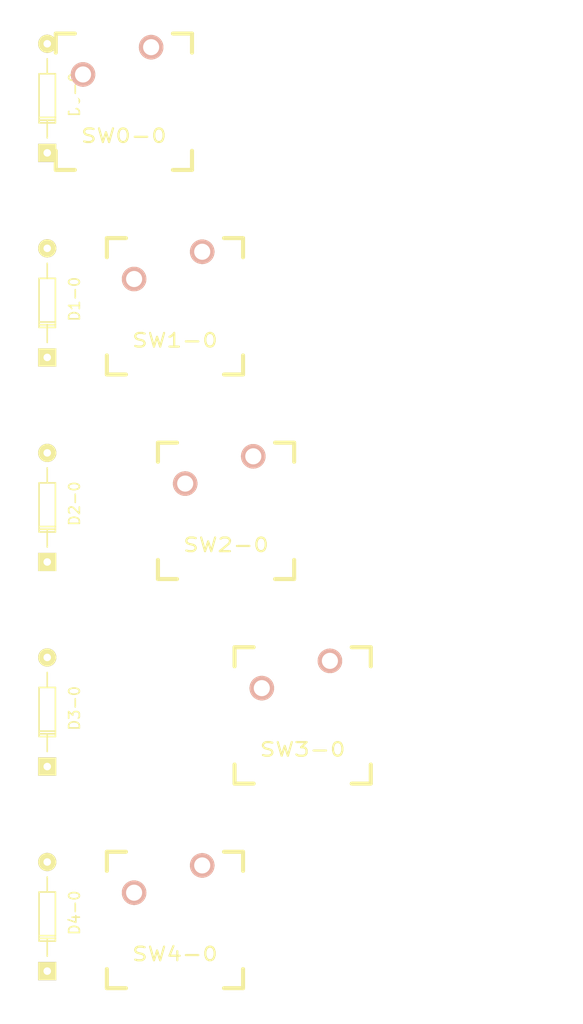
<source format=kicad_pcb>
(kicad_pcb (version 4) (host pcbnew 4.0.0-rc1-stable)

  (general
    (links 9)
    (no_connects 9)
    (area 0 0 0 0)
    (thickness 1.6)
    (drawings 0)
    (tracks 0)
    (zones 0)
    (modules 10)
    (nets 12)
  )

  (page A4)
  (layers
    (0 F.Cu signal)
    (31 B.Cu signal)
    (32 B.Adhes user)
    (33 F.Adhes user)
    (34 B.Paste user)
    (35 F.Paste user)
    (36 B.SilkS user)
    (37 F.SilkS user)
    (38 B.Mask user)
    (39 F.Mask user)
    (40 Dwgs.User user)
    (41 Cmts.User user)
    (42 Eco1.User user)
    (43 Eco2.User user)
    (44 Edge.Cuts user)
    (45 Margin user)
    (46 B.CrtYd user)
    (47 F.CrtYd user)
    (48 B.Fab user)
    (49 F.Fab user)
  )

  (setup
    (last_trace_width 0.25)
    (trace_clearance 0.2)
    (zone_clearance 0.508)
    (zone_45_only no)
    (trace_min 0.2)
    (segment_width 0.2)
    (edge_width 0.15)
    (via_size 0.6)
    (via_drill 0.4)
    (via_min_size 0.4)
    (via_min_drill 0.3)
    (uvia_size 0.3)
    (uvia_drill 0.1)
    (uvias_allowed no)
    (uvia_min_size 0.2)
    (uvia_min_drill 0.1)
    (pcb_text_width 0.3)
    (pcb_text_size 1.5 1.5)
    (mod_edge_width 0.15)
    (mod_text_size 1 1)
    (mod_text_width 0.15)
    (pad_size 1.524 1.524)
    (pad_drill 0.762)
    (pad_to_mask_clearance 0.2)
    (aux_axis_origin 0 0)
    (visible_elements FFFFFF7F)
    (pcbplotparams
      (layerselection 0x00030_80000001)
      (usegerberextensions false)
      (excludeedgelayer true)
      (linewidth 0.100000)
      (plotframeref false)
      (viasonmask false)
      (mode 1)
      (useauxorigin false)
      (hpglpennumber 1)
      (hpglpenspeed 20)
      (hpglpendiameter 15)
      (hpglpenoverlay 2)
      (psnegative false)
      (psa4output false)
      (plotreference true)
      (plotvalue true)
      (plotinvisibletext false)
      (padsonsilk false)
      (subtractmaskfromsilk false)
      (outputformat 1)
      (mirror false)
      (drillshape 1)
      (scaleselection 1)
      (outputdirectory ""))
  )

  (net 0 "")
  (net 1 "Net-(D0-0-Pad2)")
  (net 2 Row-1)
  (net 3 "Net-(D1-0-Pad2)")
  (net 4 Row-2)
  (net 5 "Net-(D2-0-Pad2)")
  (net 6 Row-3)
  (net 7 "Net-(D3-0-Pad2)")
  (net 8 Row-4)
  (net 9 "Net-(D4-0-Pad2)")
  (net 10 Col-0)
  (net 11 Row-0)

  (net_class Default "This is the default net class."
    (clearance 0.2)
    (trace_width 0.25)
    (via_dia 0.6)
    (via_drill 0.4)
    (uvia_dia 0.3)
    (uvia_drill 0.1)
    (add_net Col-0)
    (add_net "Net-(D0-0-Pad2)")
    (add_net "Net-(D1-0-Pad2)")
    (add_net "Net-(D2-0-Pad2)")
    (add_net "Net-(D3-0-Pad2)")
    (add_net "Net-(D4-0-Pad2)")
    (add_net Row-0)
    (add_net Row-1)
    (add_net Row-2)
    (add_net Row-3)
    (add_net Row-4)
  )

  (module Diodes_ThroughHole:Diode_DO-35_SOD27_Horizontal_RM10 (layer F.Cu) (tedit 552FFC30) (tstamp 562FCE5F)
    (at 130.96875 85.725 90)
    (descr "Diode, DO-35,  SOD27, Horizontal, RM 10mm")
    (tags "Diode, DO-35, SOD27, Horizontal, RM 10mm, 1N4148,")
    (path /562FCDDD)
    (fp_text reference D0-0 (at 5.43052 2.53746 90) (layer F.SilkS)
      (effects (font (size 1 1) (thickness 0.15)))
    )
    (fp_text value D (at 4.41452 -3.55854 90) (layer F.Fab)
      (effects (font (size 1 1) (thickness 0.15)))
    )
    (fp_line (start 7.36652 -0.00254) (end 8.76352 -0.00254) (layer F.SilkS) (width 0.15))
    (fp_line (start 2.92152 -0.00254) (end 1.39752 -0.00254) (layer F.SilkS) (width 0.15))
    (fp_line (start 3.30252 -0.76454) (end 3.30252 0.75946) (layer F.SilkS) (width 0.15))
    (fp_line (start 3.04852 -0.76454) (end 3.04852 0.75946) (layer F.SilkS) (width 0.15))
    (fp_line (start 2.79452 -0.00254) (end 2.79452 0.75946) (layer F.SilkS) (width 0.15))
    (fp_line (start 2.79452 0.75946) (end 7.36652 0.75946) (layer F.SilkS) (width 0.15))
    (fp_line (start 7.36652 0.75946) (end 7.36652 -0.76454) (layer F.SilkS) (width 0.15))
    (fp_line (start 7.36652 -0.76454) (end 2.79452 -0.76454) (layer F.SilkS) (width 0.15))
    (fp_line (start 2.79452 -0.76454) (end 2.79452 -0.00254) (layer F.SilkS) (width 0.15))
    (pad 2 thru_hole circle (at 10.16052 -0.00254 270) (size 1.69926 1.69926) (drill 0.70104) (layers *.Cu *.Mask F.SilkS)
      (net 1 "Net-(D0-0-Pad2)"))
    (pad 1 thru_hole rect (at 0.00052 -0.00254 270) (size 1.69926 1.69926) (drill 0.70104) (layers *.Cu *.Mask F.SilkS)
      (net 2 Row-1))
    (model Diodes_ThroughHole.3dshapes/Diode_DO-35_SOD27_Horizontal_RM10.wrl
      (at (xyz 0.2 0 0))
      (scale (xyz 0.4 0.4 0.4))
      (rotate (xyz 0 0 180))
    )
  )

  (module Diodes_ThroughHole:Diode_DO-35_SOD27_Horizontal_RM10 (layer F.Cu) (tedit 552FFC30) (tstamp 562FCE65)
    (at 130.96875 104.775 90)
    (descr "Diode, DO-35,  SOD27, Horizontal, RM 10mm")
    (tags "Diode, DO-35, SOD27, Horizontal, RM 10mm, 1N4148,")
    (path /562FCF38)
    (fp_text reference D1-0 (at 5.43052 2.53746 90) (layer F.SilkS)
      (effects (font (size 1 1) (thickness 0.15)))
    )
    (fp_text value D (at 4.41452 -3.55854 90) (layer F.Fab)
      (effects (font (size 1 1) (thickness 0.15)))
    )
    (fp_line (start 7.36652 -0.00254) (end 8.76352 -0.00254) (layer F.SilkS) (width 0.15))
    (fp_line (start 2.92152 -0.00254) (end 1.39752 -0.00254) (layer F.SilkS) (width 0.15))
    (fp_line (start 3.30252 -0.76454) (end 3.30252 0.75946) (layer F.SilkS) (width 0.15))
    (fp_line (start 3.04852 -0.76454) (end 3.04852 0.75946) (layer F.SilkS) (width 0.15))
    (fp_line (start 2.79452 -0.00254) (end 2.79452 0.75946) (layer F.SilkS) (width 0.15))
    (fp_line (start 2.79452 0.75946) (end 7.36652 0.75946) (layer F.SilkS) (width 0.15))
    (fp_line (start 7.36652 0.75946) (end 7.36652 -0.76454) (layer F.SilkS) (width 0.15))
    (fp_line (start 7.36652 -0.76454) (end 2.79452 -0.76454) (layer F.SilkS) (width 0.15))
    (fp_line (start 2.79452 -0.76454) (end 2.79452 -0.00254) (layer F.SilkS) (width 0.15))
    (pad 2 thru_hole circle (at 10.16052 -0.00254 270) (size 1.69926 1.69926) (drill 0.70104) (layers *.Cu *.Mask F.SilkS)
      (net 3 "Net-(D1-0-Pad2)"))
    (pad 1 thru_hole rect (at 0.00052 -0.00254 270) (size 1.69926 1.69926) (drill 0.70104) (layers *.Cu *.Mask F.SilkS)
      (net 4 Row-2))
    (model Diodes_ThroughHole.3dshapes/Diode_DO-35_SOD27_Horizontal_RM10.wrl
      (at (xyz 0.2 0 0))
      (scale (xyz 0.4 0.4 0.4))
      (rotate (xyz 0 0 180))
    )
  )

  (module Diodes_ThroughHole:Diode_DO-35_SOD27_Horizontal_RM10 (layer F.Cu) (tedit 552FFC30) (tstamp 562FCE6B)
    (at 130.96875 123.825 90)
    (descr "Diode, DO-35,  SOD27, Horizontal, RM 10mm")
    (tags "Diode, DO-35, SOD27, Horizontal, RM 10mm, 1N4148,")
    (path /562FD20E)
    (fp_text reference D2-0 (at 5.43052 2.53746 90) (layer F.SilkS)
      (effects (font (size 1 1) (thickness 0.15)))
    )
    (fp_text value D (at 4.41452 -3.55854 90) (layer F.Fab)
      (effects (font (size 1 1) (thickness 0.15)))
    )
    (fp_line (start 7.36652 -0.00254) (end 8.76352 -0.00254) (layer F.SilkS) (width 0.15))
    (fp_line (start 2.92152 -0.00254) (end 1.39752 -0.00254) (layer F.SilkS) (width 0.15))
    (fp_line (start 3.30252 -0.76454) (end 3.30252 0.75946) (layer F.SilkS) (width 0.15))
    (fp_line (start 3.04852 -0.76454) (end 3.04852 0.75946) (layer F.SilkS) (width 0.15))
    (fp_line (start 2.79452 -0.00254) (end 2.79452 0.75946) (layer F.SilkS) (width 0.15))
    (fp_line (start 2.79452 0.75946) (end 7.36652 0.75946) (layer F.SilkS) (width 0.15))
    (fp_line (start 7.36652 0.75946) (end 7.36652 -0.76454) (layer F.SilkS) (width 0.15))
    (fp_line (start 7.36652 -0.76454) (end 2.79452 -0.76454) (layer F.SilkS) (width 0.15))
    (fp_line (start 2.79452 -0.76454) (end 2.79452 -0.00254) (layer F.SilkS) (width 0.15))
    (pad 2 thru_hole circle (at 10.16052 -0.00254 270) (size 1.69926 1.69926) (drill 0.70104) (layers *.Cu *.Mask F.SilkS)
      (net 5 "Net-(D2-0-Pad2)"))
    (pad 1 thru_hole rect (at 0.00052 -0.00254 270) (size 1.69926 1.69926) (drill 0.70104) (layers *.Cu *.Mask F.SilkS)
      (net 6 Row-3))
    (model Diodes_ThroughHole.3dshapes/Diode_DO-35_SOD27_Horizontal_RM10.wrl
      (at (xyz 0.2 0 0))
      (scale (xyz 0.4 0.4 0.4))
      (rotate (xyz 0 0 180))
    )
  )

  (module Diodes_ThroughHole:Diode_DO-35_SOD27_Horizontal_RM10 (layer F.Cu) (tedit 552FFC30) (tstamp 562FCE71)
    (at 130.96875 142.875 90)
    (descr "Diode, DO-35,  SOD27, Horizontal, RM 10mm")
    (tags "Diode, DO-35, SOD27, Horizontal, RM 10mm, 1N4148,")
    (path /562FD3B6)
    (fp_text reference D3-0 (at 5.43052 2.53746 90) (layer F.SilkS)
      (effects (font (size 1 1) (thickness 0.15)))
    )
    (fp_text value D (at 4.41452 -3.55854 90) (layer F.Fab)
      (effects (font (size 1 1) (thickness 0.15)))
    )
    (fp_line (start 7.36652 -0.00254) (end 8.76352 -0.00254) (layer F.SilkS) (width 0.15))
    (fp_line (start 2.92152 -0.00254) (end 1.39752 -0.00254) (layer F.SilkS) (width 0.15))
    (fp_line (start 3.30252 -0.76454) (end 3.30252 0.75946) (layer F.SilkS) (width 0.15))
    (fp_line (start 3.04852 -0.76454) (end 3.04852 0.75946) (layer F.SilkS) (width 0.15))
    (fp_line (start 2.79452 -0.00254) (end 2.79452 0.75946) (layer F.SilkS) (width 0.15))
    (fp_line (start 2.79452 0.75946) (end 7.36652 0.75946) (layer F.SilkS) (width 0.15))
    (fp_line (start 7.36652 0.75946) (end 7.36652 -0.76454) (layer F.SilkS) (width 0.15))
    (fp_line (start 7.36652 -0.76454) (end 2.79452 -0.76454) (layer F.SilkS) (width 0.15))
    (fp_line (start 2.79452 -0.76454) (end 2.79452 -0.00254) (layer F.SilkS) (width 0.15))
    (pad 2 thru_hole circle (at 10.16052 -0.00254 270) (size 1.69926 1.69926) (drill 0.70104) (layers *.Cu *.Mask F.SilkS)
      (net 7 "Net-(D3-0-Pad2)"))
    (pad 1 thru_hole rect (at 0.00052 -0.00254 270) (size 1.69926 1.69926) (drill 0.70104) (layers *.Cu *.Mask F.SilkS)
      (net 8 Row-4))
    (model Diodes_ThroughHole.3dshapes/Diode_DO-35_SOD27_Horizontal_RM10.wrl
      (at (xyz 0.2 0 0))
      (scale (xyz 0.4 0.4 0.4))
      (rotate (xyz 0 0 180))
    )
  )

  (module Diodes_ThroughHole:Diode_DO-35_SOD27_Horizontal_RM10 (layer F.Cu) (tedit 552FFC30) (tstamp 562FCE77)
    (at 130.96875 161.925 90)
    (descr "Diode, DO-35,  SOD27, Horizontal, RM 10mm")
    (tags "Diode, DO-35, SOD27, Horizontal, RM 10mm, 1N4148,")
    (path /562FD4EF)
    (fp_text reference D4-0 (at 5.43052 2.53746 90) (layer F.SilkS)
      (effects (font (size 1 1) (thickness 0.15)))
    )
    (fp_text value D (at 4.41452 -3.55854 90) (layer F.Fab)
      (effects (font (size 1 1) (thickness 0.15)))
    )
    (fp_line (start 7.36652 -0.00254) (end 8.76352 -0.00254) (layer F.SilkS) (width 0.15))
    (fp_line (start 2.92152 -0.00254) (end 1.39752 -0.00254) (layer F.SilkS) (width 0.15))
    (fp_line (start 3.30252 -0.76454) (end 3.30252 0.75946) (layer F.SilkS) (width 0.15))
    (fp_line (start 3.04852 -0.76454) (end 3.04852 0.75946) (layer F.SilkS) (width 0.15))
    (fp_line (start 2.79452 -0.00254) (end 2.79452 0.75946) (layer F.SilkS) (width 0.15))
    (fp_line (start 2.79452 0.75946) (end 7.36652 0.75946) (layer F.SilkS) (width 0.15))
    (fp_line (start 7.36652 0.75946) (end 7.36652 -0.76454) (layer F.SilkS) (width 0.15))
    (fp_line (start 7.36652 -0.76454) (end 2.79452 -0.76454) (layer F.SilkS) (width 0.15))
    (fp_line (start 2.79452 -0.76454) (end 2.79452 -0.00254) (layer F.SilkS) (width 0.15))
    (pad 2 thru_hole circle (at 10.16052 -0.00254 270) (size 1.69926 1.69926) (drill 0.70104) (layers *.Cu *.Mask F.SilkS)
      (net 9 "Net-(D4-0-Pad2)"))
    (pad 1 thru_hole rect (at 0.00052 -0.00254 270) (size 1.69926 1.69926) (drill 0.70104) (layers *.Cu *.Mask F.SilkS)
      (net 10 Col-0))
    (model Diodes_ThroughHole.3dshapes/Diode_DO-35_SOD27_Horizontal_RM10.wrl
      (at (xyz 0.2 0 0))
      (scale (xyz 0.4 0.4 0.4))
      (rotate (xyz 0 0 180))
    )
  )

  (module Keyboard:CHERRY_PCB_100H (layer F.Cu) (tedit 549A0505) (tstamp 562FCE80)
    (at 138.1125 80.9625)
    (path /562FCB2C)
    (fp_text reference SW0-0 (at 0 3.175) (layer F.SilkS)
      (effects (font (size 1.27 1.524) (thickness 0.2032)))
    )
    (fp_text value MX (at 0 5.08) (layer F.SilkS) hide
      (effects (font (size 1.27 1.524) (thickness 0.2032)))
    )
    (fp_text user 1.00u (at -5.715 8.255) (layer Dwgs.User)
      (effects (font (thickness 0.3048)))
    )
    (fp_line (start -6.35 -6.35) (end 6.35 -6.35) (layer Cmts.User) (width 0.1524))
    (fp_line (start 6.35 -6.35) (end 6.35 6.35) (layer Cmts.User) (width 0.1524))
    (fp_line (start 6.35 6.35) (end -6.35 6.35) (layer Cmts.User) (width 0.1524))
    (fp_line (start -6.35 6.35) (end -6.35 -6.35) (layer Cmts.User) (width 0.1524))
    (fp_line (start -9.398 -9.398) (end 9.398 -9.398) (layer Dwgs.User) (width 0.1524))
    (fp_line (start 9.398 -9.398) (end 9.398 9.398) (layer Dwgs.User) (width 0.1524))
    (fp_line (start 9.398 9.398) (end -9.398 9.398) (layer Dwgs.User) (width 0.1524))
    (fp_line (start -9.398 9.398) (end -9.398 -9.398) (layer Dwgs.User) (width 0.1524))
    (fp_line (start -6.35 -6.35) (end -4.572 -6.35) (layer F.SilkS) (width 0.381))
    (fp_line (start 4.572 -6.35) (end 6.35 -6.35) (layer F.SilkS) (width 0.381))
    (fp_line (start 6.35 -6.35) (end 6.35 -4.572) (layer F.SilkS) (width 0.381))
    (fp_line (start 6.35 4.572) (end 6.35 6.35) (layer F.SilkS) (width 0.381))
    (fp_line (start 6.35 6.35) (end 4.572 6.35) (layer F.SilkS) (width 0.381))
    (fp_line (start -4.572 6.35) (end -6.35 6.35) (layer F.SilkS) (width 0.381))
    (fp_line (start -6.35 6.35) (end -6.35 4.572) (layer F.SilkS) (width 0.381))
    (fp_line (start -6.35 -4.572) (end -6.35 -6.35) (layer F.SilkS) (width 0.381))
    (fp_line (start -6.985 -6.985) (end 6.985 -6.985) (layer Eco2.User) (width 0.1524))
    (fp_line (start 6.985 -6.985) (end 6.985 6.985) (layer Eco2.User) (width 0.1524))
    (fp_line (start 6.985 6.985) (end -6.985 6.985) (layer Eco2.User) (width 0.1524))
    (fp_line (start -6.985 6.985) (end -6.985 -6.985) (layer Eco2.User) (width 0.1524))
    (pad 1 thru_hole circle (at 2.54 -5.08) (size 2.286 2.286) (drill 1.4986) (layers *.Cu *.SilkS *.Mask)
      (net 11 Row-0))
    (pad 2 thru_hole circle (at -3.81 -2.54) (size 2.286 2.286) (drill 1.4986) (layers *.Cu *.SilkS *.Mask)
      (net 1 "Net-(D0-0-Pad2)"))
    (pad HOLE np_thru_hole circle (at 0 0) (size 3.9878 3.9878) (drill 3.9878) (layers *.Cu))
    (pad HOLE np_thru_hole circle (at -5.08 0) (size 1.7018 1.7018) (drill 1.7018) (layers *.Cu))
    (pad HOLE np_thru_hole circle (at 5.08 0) (size 1.7018 1.7018) (drill 1.7018) (layers *.Cu))
  )

  (module Keyboard:CHERRY_PCB_150H (layer F.Cu) (tedit 4FDE2C8B) (tstamp 562FCE89)
    (at 142.875 100.0125)
    (path /562FCF2C)
    (fp_text reference SW1-0 (at 0 3.175) (layer F.SilkS)
      (effects (font (size 1.27 1.524) (thickness 0.2032)))
    )
    (fp_text value MX (at 0 5.08) (layer F.SilkS) hide
      (effects (font (size 1.27 1.524) (thickness 0.2032)))
    )
    (fp_text user 1.50u (at -10.4775 8.255) (layer Dwgs.User)
      (effects (font (thickness 0.3048)))
    )
    (fp_line (start -6.35 -6.35) (end 6.35 -6.35) (layer Cmts.User) (width 0.1524))
    (fp_line (start 6.35 -6.35) (end 6.35 6.35) (layer Cmts.User) (width 0.1524))
    (fp_line (start 6.35 6.35) (end -6.35 6.35) (layer Cmts.User) (width 0.1524))
    (fp_line (start -6.35 6.35) (end -6.35 -6.35) (layer Cmts.User) (width 0.1524))
    (fp_line (start -14.1605 -9.398) (end 14.1605 -9.398) (layer Dwgs.User) (width 0.1524))
    (fp_line (start 14.1605 -9.398) (end 14.1605 9.398) (layer Dwgs.User) (width 0.1524))
    (fp_line (start 14.1605 9.398) (end -14.1605 9.398) (layer Dwgs.User) (width 0.1524))
    (fp_line (start -14.1605 9.398) (end -14.1605 -9.398) (layer Dwgs.User) (width 0.1524))
    (fp_line (start -6.35 -6.35) (end -4.572 -6.35) (layer F.SilkS) (width 0.381))
    (fp_line (start 4.572 -6.35) (end 6.35 -6.35) (layer F.SilkS) (width 0.381))
    (fp_line (start 6.35 -6.35) (end 6.35 -4.572) (layer F.SilkS) (width 0.381))
    (fp_line (start 6.35 4.572) (end 6.35 6.35) (layer F.SilkS) (width 0.381))
    (fp_line (start 6.35 6.35) (end 4.572 6.35) (layer F.SilkS) (width 0.381))
    (fp_line (start -4.572 6.35) (end -6.35 6.35) (layer F.SilkS) (width 0.381))
    (fp_line (start -6.35 6.35) (end -6.35 4.572) (layer F.SilkS) (width 0.381))
    (fp_line (start -6.35 -4.572) (end -6.35 -6.35) (layer F.SilkS) (width 0.381))
    (fp_line (start -6.985 -6.985) (end 6.985 -6.985) (layer Eco2.User) (width 0.1524))
    (fp_line (start 6.985 -6.985) (end 6.985 6.985) (layer Eco2.User) (width 0.1524))
    (fp_line (start 6.985 6.985) (end -6.985 6.985) (layer Eco2.User) (width 0.1524))
    (fp_line (start -6.985 6.985) (end -6.985 -6.985) (layer Eco2.User) (width 0.1524))
    (pad 1 thru_hole circle (at 2.54 -5.08) (size 2.286 2.286) (drill 1.4986) (layers *.Cu *.SilkS *.Mask)
      (net 2 Row-1))
    (pad 2 thru_hole circle (at -3.81 -2.54) (size 2.286 2.286) (drill 1.4986) (layers *.Cu *.SilkS *.Mask)
      (net 3 "Net-(D1-0-Pad2)"))
    (pad HOLE np_thru_hole circle (at 0 0) (size 3.9878 3.9878) (drill 3.9878) (layers *.Cu))
    (pad HOLE np_thru_hole circle (at -5.08 0) (size 1.7018 1.7018) (drill 1.7018) (layers *.Cu))
    (pad HOLE np_thru_hole circle (at 5.08 0) (size 1.7018 1.7018) (drill 1.7018) (layers *.Cu))
  )

  (module Keyboard:CHERRY_PCB_200H (layer F.Cu) (tedit 4FDE2A7B) (tstamp 562FCE96)
    (at 147.6375 119.0625)
    (path /562FD202)
    (fp_text reference SW2-0 (at 0 3.175) (layer F.SilkS)
      (effects (font (size 1.27 1.524) (thickness 0.2032)))
    )
    (fp_text value MX (at 0 5.08) (layer F.SilkS) hide
      (effects (font (size 1.27 1.524) (thickness 0.2032)))
    )
    (fp_text user 2.00u (at -15.24 8.255) (layer Dwgs.User)
      (effects (font (thickness 0.3048)))
    )
    (fp_line (start -6.35 -6.35) (end 6.35 -6.35) (layer Cmts.User) (width 0.1524))
    (fp_line (start 6.35 -6.35) (end 6.35 6.35) (layer Cmts.User) (width 0.1524))
    (fp_line (start 6.35 6.35) (end -6.35 6.35) (layer Cmts.User) (width 0.1524))
    (fp_line (start -6.35 6.35) (end -6.35 -6.35) (layer Cmts.User) (width 0.1524))
    (fp_line (start -18.923 -9.398) (end 18.923 -9.398) (layer Dwgs.User) (width 0.1524))
    (fp_line (start 18.923 -9.398) (end 18.923 9.398) (layer Dwgs.User) (width 0.1524))
    (fp_line (start 18.923 9.398) (end -18.923 9.398) (layer Dwgs.User) (width 0.1524))
    (fp_line (start -18.923 9.398) (end -18.923 -9.398) (layer Dwgs.User) (width 0.1524))
    (fp_line (start -6.35 -6.35) (end -4.572 -6.35) (layer F.SilkS) (width 0.381))
    (fp_line (start 4.572 -6.35) (end 6.35 -6.35) (layer F.SilkS) (width 0.381))
    (fp_line (start 6.35 -6.35) (end 6.35 -4.572) (layer F.SilkS) (width 0.381))
    (fp_line (start 6.35 4.572) (end 6.35 6.35) (layer F.SilkS) (width 0.381))
    (fp_line (start 6.35 6.35) (end 4.572 6.35) (layer F.SilkS) (width 0.381))
    (fp_line (start -4.572 6.35) (end -6.35 6.35) (layer F.SilkS) (width 0.381))
    (fp_line (start -6.35 6.35) (end -6.35 4.572) (layer F.SilkS) (width 0.381))
    (fp_line (start -6.35 -4.572) (end -6.35 -6.35) (layer F.SilkS) (width 0.381))
    (fp_line (start -6.985 -6.985) (end 6.985 -6.985) (layer Eco2.User) (width 0.1524))
    (fp_line (start 6.985 -6.985) (end 6.985 -4.8768) (layer Eco2.User) (width 0.1524))
    (fp_line (start 6.985 -4.8768) (end 8.6106 -4.8768) (layer Eco2.User) (width 0.1524))
    (fp_line (start 8.6106 -4.8768) (end 8.6106 -5.6896) (layer Eco2.User) (width 0.1524))
    (fp_line (start 8.6106 -5.6896) (end 15.2654 -5.6896) (layer Eco2.User) (width 0.1524))
    (fp_line (start 15.2654 -5.6896) (end 15.2654 -2.286) (layer Eco2.User) (width 0.1524))
    (fp_line (start 15.2654 -2.286) (end 16.129 -2.286) (layer Eco2.User) (width 0.1524))
    (fp_line (start 16.129 -2.286) (end 16.129 0.508) (layer Eco2.User) (width 0.1524))
    (fp_line (start 16.129 0.508) (end 15.2654 0.508) (layer Eco2.User) (width 0.1524))
    (fp_line (start 15.2654 0.508) (end 15.2654 6.604) (layer Eco2.User) (width 0.1524))
    (fp_line (start 15.2654 6.604) (end 14.224 6.604) (layer Eco2.User) (width 0.1524))
    (fp_line (start 14.224 6.604) (end 14.224 7.7724) (layer Eco2.User) (width 0.1524))
    (fp_line (start 14.224 7.7724) (end 9.652 7.7724) (layer Eco2.User) (width 0.1524))
    (fp_line (start 9.652 7.7724) (end 9.652 6.604) (layer Eco2.User) (width 0.1524))
    (fp_line (start 9.652 6.604) (end 8.6106 6.604) (layer Eco2.User) (width 0.1524))
    (fp_line (start 8.6106 6.604) (end 8.6106 5.8166) (layer Eco2.User) (width 0.1524))
    (fp_line (start 8.6106 5.8166) (end 6.985 5.8166) (layer Eco2.User) (width 0.1524))
    (fp_line (start 6.985 5.8166) (end 6.985 6.985) (layer Eco2.User) (width 0.1524))
    (fp_line (start 6.985 6.985) (end -6.985 6.985) (layer Eco2.User) (width 0.1524))
    (fp_line (start -6.985 6.985) (end -6.985 5.8166) (layer Eco2.User) (width 0.1524))
    (fp_line (start -6.985 5.8166) (end -8.6106 5.8166) (layer Eco2.User) (width 0.1524))
    (fp_line (start -8.6106 5.8166) (end -8.6106 6.604) (layer Eco2.User) (width 0.1524))
    (fp_line (start -8.6106 6.604) (end -9.652 6.604) (layer Eco2.User) (width 0.1524))
    (fp_line (start -9.652 6.604) (end -9.652 7.7724) (layer Eco2.User) (width 0.1524))
    (fp_line (start -9.652 7.7724) (end -14.224 7.7724) (layer Eco2.User) (width 0.1524))
    (fp_line (start -14.224 7.7724) (end -14.224 6.604) (layer Eco2.User) (width 0.1524))
    (fp_line (start -14.224 6.604) (end -15.2654 6.604) (layer Eco2.User) (width 0.1524))
    (fp_line (start -15.2654 6.604) (end -15.2654 0.508) (layer Eco2.User) (width 0.1524))
    (fp_line (start -15.2654 0.508) (end -16.129 0.508) (layer Eco2.User) (width 0.1524))
    (fp_line (start -16.129 0.508) (end -16.129 -2.286) (layer Eco2.User) (width 0.1524))
    (fp_line (start -16.129 -2.286) (end -15.2654 -2.286) (layer Eco2.User) (width 0.1524))
    (fp_line (start -15.2654 -2.286) (end -15.2654 -5.6896) (layer Eco2.User) (width 0.1524))
    (fp_line (start -15.2654 -5.6896) (end -8.6106 -5.6896) (layer Eco2.User) (width 0.1524))
    (fp_line (start -8.6106 -5.6896) (end -8.6106 -4.8768) (layer Eco2.User) (width 0.1524))
    (fp_line (start -8.6106 -4.8768) (end -6.985 -4.8768) (layer Eco2.User) (width 0.1524))
    (fp_line (start -6.985 -4.8768) (end -6.985 -6.985) (layer Eco2.User) (width 0.1524))
    (fp_line (start 15.367 -7.62) (end 8.509 -7.62) (layer Cmts.User) (width 0.1524))
    (fp_line (start 8.509 -7.62) (end 8.509 7.62) (layer Cmts.User) (width 0.1524))
    (fp_line (start 8.509 7.62) (end -8.509 7.62) (layer Cmts.User) (width 0.1524))
    (fp_line (start -8.509 7.62) (end -8.509 -7.62) (layer Cmts.User) (width 0.1524))
    (fp_line (start -8.509 -7.62) (end -15.367 -7.62) (layer Cmts.User) (width 0.1524))
    (fp_line (start -15.367 -7.62) (end -15.367 10.16) (layer Cmts.User) (width 0.1524))
    (fp_line (start -15.367 10.16) (end 15.367 10.16) (layer Cmts.User) (width 0.1524))
    (fp_line (start 15.367 10.16) (end 15.367 -7.62) (layer Cmts.User) (width 0.1524))
    (pad 1 thru_hole circle (at 2.54 -5.08) (size 2.286 2.286) (drill 1.4986) (layers *.Cu *.SilkS *.Mask)
      (net 4 Row-2))
    (pad 2 thru_hole circle (at -3.81 -2.54) (size 2.286 2.286) (drill 1.4986) (layers *.Cu *.SilkS *.Mask)
      (net 5 "Net-(D2-0-Pad2)"))
    (pad HOLE np_thru_hole circle (at 0 0) (size 3.9878 3.9878) (drill 3.9878) (layers *.Cu))
    (pad HOLE np_thru_hole circle (at -5.08 0) (size 1.7018 1.7018) (drill 1.7018) (layers *.Cu))
    (pad HOLE np_thru_hole circle (at 5.08 0) (size 1.7018 1.7018) (drill 1.7018) (layers *.Cu))
    (pad HOLE np_thru_hole circle (at -11.938 -6.985) (size 3.048 3.048) (drill 3.048) (layers *.Cu))
    (pad HOLE np_thru_hole circle (at 11.938 -6.985) (size 3.048 3.048) (drill 3.048) (layers *.Cu))
    (pad HOLE np_thru_hole circle (at -11.938 8.255) (size 3.9878 3.9878) (drill 3.9878) (layers *.Cu))
    (pad HOLE np_thru_hole circle (at 11.938 8.255) (size 3.9878 3.9878) (drill 3.9878) (layers *.Cu))
  )

  (module Keyboard:CHERRY_PCB_275H (layer F.Cu) (tedit 4FDE2AAF) (tstamp 562FCEA3)
    (at 154.78125 138.1125)
    (path /562FD3AA)
    (fp_text reference SW3-0 (at 0 3.175) (layer F.SilkS)
      (effects (font (size 1.27 1.524) (thickness 0.2032)))
    )
    (fp_text value MX (at 0 5.08) (layer F.SilkS) hide
      (effects (font (size 1.27 1.524) (thickness 0.2032)))
    )
    (fp_text user 2.75u (at -22.38502 8.255) (layer Dwgs.User)
      (effects (font (thickness 0.3048)))
    )
    (fp_line (start -6.35 -6.35) (end 6.35 -6.35) (layer Cmts.User) (width 0.1524))
    (fp_line (start 6.35 -6.35) (end 6.35 6.35) (layer Cmts.User) (width 0.1524))
    (fp_line (start 6.35 6.35) (end -6.35 6.35) (layer Cmts.User) (width 0.1524))
    (fp_line (start -6.35 6.35) (end -6.35 -6.35) (layer Cmts.User) (width 0.1524))
    (fp_line (start -26.06802 -9.398) (end 26.06802 -9.398) (layer Dwgs.User) (width 0.1524))
    (fp_line (start 26.06802 -9.398) (end 26.06802 9.398) (layer Dwgs.User) (width 0.1524))
    (fp_line (start 26.06802 9.398) (end -26.06802 9.398) (layer Dwgs.User) (width 0.1524))
    (fp_line (start -26.06802 9.398) (end -26.06802 -9.398) (layer Dwgs.User) (width 0.1524))
    (fp_line (start -6.35 -6.35) (end -4.572 -6.35) (layer F.SilkS) (width 0.381))
    (fp_line (start 4.572 -6.35) (end 6.35 -6.35) (layer F.SilkS) (width 0.381))
    (fp_line (start 6.35 -6.35) (end 6.35 -4.572) (layer F.SilkS) (width 0.381))
    (fp_line (start 6.35 4.572) (end 6.35 6.35) (layer F.SilkS) (width 0.381))
    (fp_line (start 6.35 6.35) (end 4.572 6.35) (layer F.SilkS) (width 0.381))
    (fp_line (start -4.572 6.35) (end -6.35 6.35) (layer F.SilkS) (width 0.381))
    (fp_line (start -6.35 6.35) (end -6.35 4.572) (layer F.SilkS) (width 0.381))
    (fp_line (start -6.35 -4.572) (end -6.35 -6.35) (layer F.SilkS) (width 0.381))
    (fp_line (start -6.985 -6.985) (end 6.985 -6.985) (layer Eco2.User) (width 0.1524))
    (fp_line (start 6.985 -6.985) (end 6.985 -4.8768) (layer Eco2.User) (width 0.1524))
    (fp_line (start 6.985 -4.8768) (end 8.6106 -4.8768) (layer Eco2.User) (width 0.1524))
    (fp_line (start 8.6106 -4.8768) (end 8.6106 -5.6896) (layer Eco2.User) (width 0.1524))
    (fp_line (start 8.6106 -5.6896) (end 15.2654 -5.6896) (layer Eco2.User) (width 0.1524))
    (fp_line (start 15.2654 -5.6896) (end 15.2654 -2.286) (layer Eco2.User) (width 0.1524))
    (fp_line (start 15.2654 -2.286) (end 16.129 -2.286) (layer Eco2.User) (width 0.1524))
    (fp_line (start 16.129 -2.286) (end 16.129 0.508) (layer Eco2.User) (width 0.1524))
    (fp_line (start 16.129 0.508) (end 15.2654 0.508) (layer Eco2.User) (width 0.1524))
    (fp_line (start 15.2654 0.508) (end 15.2654 6.604) (layer Eco2.User) (width 0.1524))
    (fp_line (start 15.2654 6.604) (end 14.224 6.604) (layer Eco2.User) (width 0.1524))
    (fp_line (start 14.224 6.604) (end 14.224 7.7724) (layer Eco2.User) (width 0.1524))
    (fp_line (start 14.224 7.7724) (end 9.652 7.7724) (layer Eco2.User) (width 0.1524))
    (fp_line (start 9.652 7.7724) (end 9.652 6.604) (layer Eco2.User) (width 0.1524))
    (fp_line (start 9.652 6.604) (end 8.6106 6.604) (layer Eco2.User) (width 0.1524))
    (fp_line (start 8.6106 6.604) (end 8.6106 5.8166) (layer Eco2.User) (width 0.1524))
    (fp_line (start 8.6106 5.8166) (end 6.985 5.8166) (layer Eco2.User) (width 0.1524))
    (fp_line (start 6.985 5.8166) (end 6.985 6.985) (layer Eco2.User) (width 0.1524))
    (fp_line (start 6.985 6.985) (end -6.985 6.985) (layer Eco2.User) (width 0.1524))
    (fp_line (start -6.985 6.985) (end -6.985 5.8166) (layer Eco2.User) (width 0.1524))
    (fp_line (start -6.985 5.8166) (end -8.6106 5.8166) (layer Eco2.User) (width 0.1524))
    (fp_line (start -8.6106 5.8166) (end -8.6106 6.604) (layer Eco2.User) (width 0.1524))
    (fp_line (start -8.6106 6.604) (end -9.652 6.604) (layer Eco2.User) (width 0.1524))
    (fp_line (start -9.652 6.604) (end -9.652 7.7724) (layer Eco2.User) (width 0.1524))
    (fp_line (start -9.652 7.7724) (end -14.224 7.7724) (layer Eco2.User) (width 0.1524))
    (fp_line (start -14.224 7.7724) (end -14.224 6.604) (layer Eco2.User) (width 0.1524))
    (fp_line (start -14.224 6.604) (end -15.2654 6.604) (layer Eco2.User) (width 0.1524))
    (fp_line (start -15.2654 6.604) (end -15.2654 0.508) (layer Eco2.User) (width 0.1524))
    (fp_line (start -15.2654 0.508) (end -16.129 0.508) (layer Eco2.User) (width 0.1524))
    (fp_line (start -16.129 0.508) (end -16.129 -2.286) (layer Eco2.User) (width 0.1524))
    (fp_line (start -16.129 -2.286) (end -15.2654 -2.286) (layer Eco2.User) (width 0.1524))
    (fp_line (start -15.2654 -2.286) (end -15.2654 -5.6896) (layer Eco2.User) (width 0.1524))
    (fp_line (start -15.2654 -5.6896) (end -8.6106 -5.6896) (layer Eco2.User) (width 0.1524))
    (fp_line (start -8.6106 -5.6896) (end -8.6106 -4.8768) (layer Eco2.User) (width 0.1524))
    (fp_line (start -8.6106 -4.8768) (end -6.985 -4.8768) (layer Eco2.User) (width 0.1524))
    (fp_line (start -6.985 -4.8768) (end -6.985 -6.985) (layer Eco2.User) (width 0.1524))
    (fp_line (start 15.367 -7.62) (end 8.509 -7.62) (layer Cmts.User) (width 0.1524))
    (fp_line (start 8.509 -7.62) (end 8.509 7.62) (layer Cmts.User) (width 0.1524))
    (fp_line (start 8.509 7.62) (end -8.509 7.62) (layer Cmts.User) (width 0.1524))
    (fp_line (start -8.509 7.62) (end -8.509 -7.62) (layer Cmts.User) (width 0.1524))
    (fp_line (start -8.509 -7.62) (end -15.367 -7.62) (layer Cmts.User) (width 0.1524))
    (fp_line (start -15.367 -7.62) (end -15.367 10.16) (layer Cmts.User) (width 0.1524))
    (fp_line (start -15.367 10.16) (end 15.367 10.16) (layer Cmts.User) (width 0.1524))
    (fp_line (start 15.367 10.16) (end 15.367 -7.62) (layer Cmts.User) (width 0.1524))
    (pad 1 thru_hole circle (at 2.54 -5.08) (size 2.286 2.286) (drill 1.4986) (layers *.Cu *.SilkS *.Mask)
      (net 6 Row-3))
    (pad 2 thru_hole circle (at -3.81 -2.54) (size 2.286 2.286) (drill 1.4986) (layers *.Cu *.SilkS *.Mask)
      (net 7 "Net-(D3-0-Pad2)"))
    (pad HOLE np_thru_hole circle (at 0 0) (size 3.9878 3.9878) (drill 3.9878) (layers *.Cu))
    (pad HOLE np_thru_hole circle (at -5.08 0) (size 1.7018 1.7018) (drill 1.7018) (layers *.Cu))
    (pad HOLE np_thru_hole circle (at 5.08 0) (size 1.7018 1.7018) (drill 1.7018) (layers *.Cu))
    (pad HOLE np_thru_hole circle (at -11.938 -6.985) (size 3.048 3.048) (drill 3.048) (layers *.Cu))
    (pad HOLE np_thru_hole circle (at 11.938 -6.985) (size 3.048 3.048) (drill 3.048) (layers *.Cu))
    (pad HOLE np_thru_hole circle (at -11.938 8.255) (size 3.9878 3.9878) (drill 3.9878) (layers *.Cu))
    (pad HOLE np_thru_hole circle (at 11.938 8.255) (size 3.9878 3.9878) (drill 3.9878) (layers *.Cu))
  )

  (module Keyboard:CHERRY_PLATE_150H (layer F.Cu) (tedit 549A1302) (tstamp 562FCEAC)
    (at 142.875 157.1625)
    (path /562FD4E3)
    (fp_text reference SW4-0 (at 0 3.175) (layer F.SilkS)
      (effects (font (size 1.27 1.524) (thickness 0.2032)))
    )
    (fp_text value MX (at 0 5.08) (layer F.SilkS) hide
      (effects (font (size 1.27 1.524) (thickness 0.2032)))
    )
    (fp_text user 1.50u (at -10.4775 8.255) (layer Dwgs.User)
      (effects (font (thickness 0.3048)))
    )
    (fp_line (start -6.35 -6.35) (end 6.35 -6.35) (layer Cmts.User) (width 0.1524))
    (fp_line (start 6.35 -6.35) (end 6.35 6.35) (layer Cmts.User) (width 0.1524))
    (fp_line (start 6.35 6.35) (end -6.35 6.35) (layer Cmts.User) (width 0.1524))
    (fp_line (start -6.35 6.35) (end -6.35 -6.35) (layer Cmts.User) (width 0.1524))
    (fp_line (start -14.1605 -9.398) (end 14.1605 -9.398) (layer Dwgs.User) (width 0.1524))
    (fp_line (start 14.1605 -9.398) (end 14.1605 9.398) (layer Dwgs.User) (width 0.1524))
    (fp_line (start 14.1605 9.398) (end -14.1605 9.398) (layer Dwgs.User) (width 0.1524))
    (fp_line (start -14.1605 9.398) (end -14.1605 -9.398) (layer Dwgs.User) (width 0.1524))
    (fp_line (start -6.35 -6.35) (end -4.572 -6.35) (layer F.SilkS) (width 0.381))
    (fp_line (start 4.572 -6.35) (end 6.35 -6.35) (layer F.SilkS) (width 0.381))
    (fp_line (start 6.35 -6.35) (end 6.35 -4.572) (layer F.SilkS) (width 0.381))
    (fp_line (start 6.35 4.572) (end 6.35 6.35) (layer F.SilkS) (width 0.381))
    (fp_line (start 6.35 6.35) (end 4.572 6.35) (layer F.SilkS) (width 0.381))
    (fp_line (start -4.572 6.35) (end -6.35 6.35) (layer F.SilkS) (width 0.381))
    (fp_line (start -6.35 6.35) (end -6.35 4.572) (layer F.SilkS) (width 0.381))
    (fp_line (start -6.35 -4.572) (end -6.35 -6.35) (layer F.SilkS) (width 0.381))
    (pad 1 thru_hole circle (at 2.54 -5.08) (size 2.286 2.286) (drill 1.4986) (layers *.Cu *.SilkS *.Mask)
      (net 8 Row-4))
    (pad 2 thru_hole circle (at -3.81 -2.54) (size 2.286 2.286) (drill 1.4986) (layers *.Cu *.SilkS *.Mask)
      (net 9 "Net-(D4-0-Pad2)"))
    (pad HOLE np_thru_hole circle (at 0 0) (size 3.9878 3.9878) (drill 3.9878) (layers *.Cu))
    (pad HOLE np_thru_hole circle (at -5.08 0) (size 1.7018 1.7018) (drill 1.7018) (layers *.Cu))
    (pad HOLE np_thru_hole circle (at 5.08 0) (size 1.7018 1.7018) (drill 1.7018) (layers *.Cu))
  )

)

</source>
